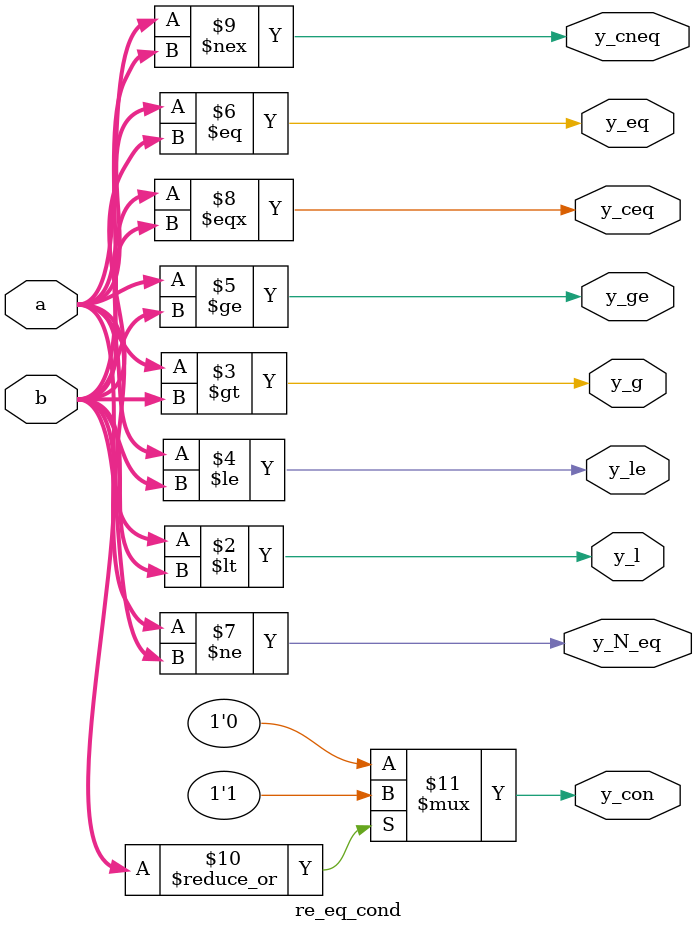
<source format=v>

module re_eq_cond(
  input [3:0] a, b,
  output reg y_l, y_g, y_le, y_ge, y_eq, y_N_eq, y_ceq, y_cneq, y_con
);

  always @(*) begin
    // Relational operators
    y_l  = (a < b);
    y_g  = (a > b);
    y_le = (a <= b);
    y_ge = (a >= b);

    // Logical equality
    y_eq   = (a == b);
    y_N_eq = (a != b);

    // Case equality
    y_ceq  = (a === b);
    y_cneq = (a !== b);

    // Conditional operator (check if at least one bit of b is 1)
    y_con = (|b) ? 1'b1 : 1'b0;
  end

endmodule

</source>
